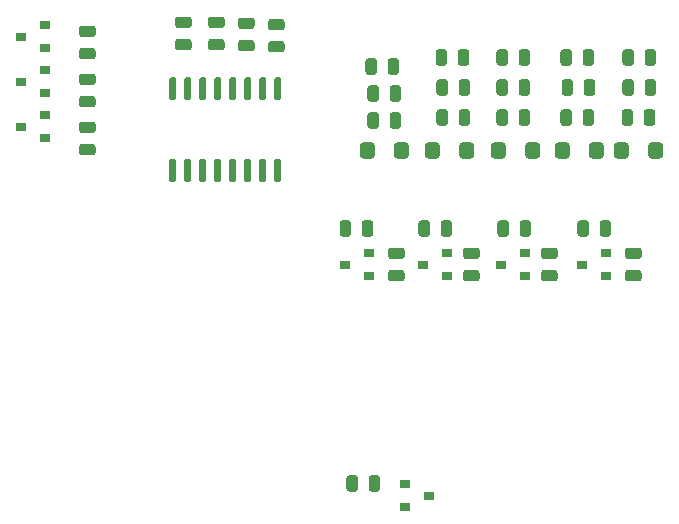
<source format=gbr>
G04 #@! TF.GenerationSoftware,KiCad,Pcbnew,(5.1.6-0-10_14)*
G04 #@! TF.CreationDate,2020-07-16T14:36:08-04:00*
G04 #@! TF.ProjectId,Pufferfish-Interface-2,50756666-6572-4666-9973-682d496e7465,rev?*
G04 #@! TF.SameCoordinates,Original*
G04 #@! TF.FileFunction,Paste,Top*
G04 #@! TF.FilePolarity,Positive*
%FSLAX46Y46*%
G04 Gerber Fmt 4.6, Leading zero omitted, Abs format (unit mm)*
G04 Created by KiCad (PCBNEW (5.1.6-0-10_14)) date 2020-07-16 14:36:08*
%MOMM*%
%LPD*%
G01*
G04 APERTURE LIST*
%ADD10R,0.900000X0.800000*%
G04 APERTURE END LIST*
G36*
G01*
X51582500Y-21792250D02*
X51582500Y-20879750D01*
G75*
G02*
X51826250Y-20636000I243750J0D01*
G01*
X52313750Y-20636000D01*
G75*
G02*
X52557500Y-20879750I0J-243750D01*
G01*
X52557500Y-21792250D01*
G75*
G02*
X52313750Y-22036000I-243750J0D01*
G01*
X51826250Y-22036000D01*
G75*
G02*
X51582500Y-21792250I0J243750D01*
G01*
G37*
G36*
G01*
X49707500Y-21792250D02*
X49707500Y-20879750D01*
G75*
G02*
X49951250Y-20636000I243750J0D01*
G01*
X50438750Y-20636000D01*
G75*
G02*
X50682500Y-20879750I0J-243750D01*
G01*
X50682500Y-21792250D01*
G75*
G02*
X50438750Y-22036000I-243750J0D01*
G01*
X49951250Y-22036000D01*
G75*
G02*
X49707500Y-21792250I0J243750D01*
G01*
G37*
G36*
G01*
X46170000Y-21792250D02*
X46170000Y-20879750D01*
G75*
G02*
X46413750Y-20636000I243750J0D01*
G01*
X46901250Y-20636000D01*
G75*
G02*
X47145000Y-20879750I0J-243750D01*
G01*
X47145000Y-21792250D01*
G75*
G02*
X46901250Y-22036000I-243750J0D01*
G01*
X46413750Y-22036000D01*
G75*
G02*
X46170000Y-21792250I0J243750D01*
G01*
G37*
G36*
G01*
X44295000Y-21792250D02*
X44295000Y-20879750D01*
G75*
G02*
X44538750Y-20636000I243750J0D01*
G01*
X45026250Y-20636000D01*
G75*
G02*
X45270000Y-20879750I0J-243750D01*
G01*
X45270000Y-21792250D01*
G75*
G02*
X45026250Y-22036000I-243750J0D01*
G01*
X44538750Y-22036000D01*
G75*
G02*
X44295000Y-21792250I0J243750D01*
G01*
G37*
G36*
G01*
X39215000Y-21792250D02*
X39215000Y-20879750D01*
G75*
G02*
X39458750Y-20636000I243750J0D01*
G01*
X39946250Y-20636000D01*
G75*
G02*
X40190000Y-20879750I0J-243750D01*
G01*
X40190000Y-21792250D01*
G75*
G02*
X39946250Y-22036000I-243750J0D01*
G01*
X39458750Y-22036000D01*
G75*
G02*
X39215000Y-21792250I0J243750D01*
G01*
G37*
G36*
G01*
X41090000Y-21792250D02*
X41090000Y-20879750D01*
G75*
G02*
X41333750Y-20636000I243750J0D01*
G01*
X41821250Y-20636000D01*
G75*
G02*
X42065000Y-20879750I0J-243750D01*
G01*
X42065000Y-21792250D01*
G75*
G02*
X41821250Y-22036000I-243750J0D01*
G01*
X41333750Y-22036000D01*
G75*
G02*
X41090000Y-21792250I0J243750D01*
G01*
G37*
G36*
G01*
X33373000Y-22046250D02*
X33373000Y-21133750D01*
G75*
G02*
X33616750Y-20890000I243750J0D01*
G01*
X34104250Y-20890000D01*
G75*
G02*
X34348000Y-21133750I0J-243750D01*
G01*
X34348000Y-22046250D01*
G75*
G02*
X34104250Y-22290000I-243750J0D01*
G01*
X33616750Y-22290000D01*
G75*
G02*
X33373000Y-22046250I0J243750D01*
G01*
G37*
G36*
G01*
X35248000Y-22046250D02*
X35248000Y-21133750D01*
G75*
G02*
X35491750Y-20890000I243750J0D01*
G01*
X35979250Y-20890000D01*
G75*
G02*
X36223000Y-21133750I0J-243750D01*
G01*
X36223000Y-22046250D01*
G75*
G02*
X35979250Y-22290000I-243750J0D01*
G01*
X35491750Y-22290000D01*
G75*
G02*
X35248000Y-22046250I0J243750D01*
G01*
G37*
G36*
G01*
X54884500Y-21792250D02*
X54884500Y-20879750D01*
G75*
G02*
X55128250Y-20636000I243750J0D01*
G01*
X55615750Y-20636000D01*
G75*
G02*
X55859500Y-20879750I0J-243750D01*
G01*
X55859500Y-21792250D01*
G75*
G02*
X55615750Y-22036000I-243750J0D01*
G01*
X55128250Y-22036000D01*
G75*
G02*
X54884500Y-21792250I0J243750D01*
G01*
G37*
G36*
G01*
X56759500Y-21792250D02*
X56759500Y-20879750D01*
G75*
G02*
X57003250Y-20636000I243750J0D01*
G01*
X57490750Y-20636000D01*
G75*
G02*
X57734500Y-20879750I0J-243750D01*
G01*
X57734500Y-21792250D01*
G75*
G02*
X57490750Y-22036000I-243750J0D01*
G01*
X57003250Y-22036000D01*
G75*
G02*
X56759500Y-21792250I0J243750D01*
G01*
G37*
G36*
G01*
X49208000Y-24505000D02*
X49208000Y-23755000D01*
G75*
G02*
X49533000Y-23430000I325000J0D01*
G01*
X50183000Y-23430000D01*
G75*
G02*
X50508000Y-23755000I0J-325000D01*
G01*
X50508000Y-24505000D01*
G75*
G02*
X50183000Y-24830000I-325000J0D01*
G01*
X49533000Y-24830000D01*
G75*
G02*
X49208000Y-24505000I0J325000D01*
G01*
G37*
G36*
G01*
X52108000Y-24505000D02*
X52108000Y-23755000D01*
G75*
G02*
X52433000Y-23430000I325000J0D01*
G01*
X53083000Y-23430000D01*
G75*
G02*
X53408000Y-23755000I0J-325000D01*
G01*
X53408000Y-24505000D01*
G75*
G02*
X53083000Y-24830000I-325000J0D01*
G01*
X52433000Y-24830000D01*
G75*
G02*
X52108000Y-24505000I0J325000D01*
G01*
G37*
G36*
G01*
X43800000Y-24505000D02*
X43800000Y-23755000D01*
G75*
G02*
X44125000Y-23430000I325000J0D01*
G01*
X44775000Y-23430000D01*
G75*
G02*
X45100000Y-23755000I0J-325000D01*
G01*
X45100000Y-24505000D01*
G75*
G02*
X44775000Y-24830000I-325000J0D01*
G01*
X44125000Y-24830000D01*
G75*
G02*
X43800000Y-24505000I0J325000D01*
G01*
G37*
G36*
G01*
X46700000Y-24505000D02*
X46700000Y-23755000D01*
G75*
G02*
X47025000Y-23430000I325000J0D01*
G01*
X47675000Y-23430000D01*
G75*
G02*
X48000000Y-23755000I0J-325000D01*
G01*
X48000000Y-24505000D01*
G75*
G02*
X47675000Y-24830000I-325000J0D01*
G01*
X47025000Y-24830000D01*
G75*
G02*
X46700000Y-24505000I0J325000D01*
G01*
G37*
G36*
G01*
X41112000Y-24505000D02*
X41112000Y-23755000D01*
G75*
G02*
X41437000Y-23430000I325000J0D01*
G01*
X42087000Y-23430000D01*
G75*
G02*
X42412000Y-23755000I0J-325000D01*
G01*
X42412000Y-24505000D01*
G75*
G02*
X42087000Y-24830000I-325000J0D01*
G01*
X41437000Y-24830000D01*
G75*
G02*
X41112000Y-24505000I0J325000D01*
G01*
G37*
G36*
G01*
X38212000Y-24505000D02*
X38212000Y-23755000D01*
G75*
G02*
X38537000Y-23430000I325000J0D01*
G01*
X39187000Y-23430000D01*
G75*
G02*
X39512000Y-23755000I0J-325000D01*
G01*
X39512000Y-24505000D01*
G75*
G02*
X39187000Y-24830000I-325000J0D01*
G01*
X38537000Y-24830000D01*
G75*
G02*
X38212000Y-24505000I0J325000D01*
G01*
G37*
G36*
G01*
X35598000Y-24505000D02*
X35598000Y-23755000D01*
G75*
G02*
X35923000Y-23430000I325000J0D01*
G01*
X36573000Y-23430000D01*
G75*
G02*
X36898000Y-23755000I0J-325000D01*
G01*
X36898000Y-24505000D01*
G75*
G02*
X36573000Y-24830000I-325000J0D01*
G01*
X35923000Y-24830000D01*
G75*
G02*
X35598000Y-24505000I0J325000D01*
G01*
G37*
G36*
G01*
X32698000Y-24505000D02*
X32698000Y-23755000D01*
G75*
G02*
X33023000Y-23430000I325000J0D01*
G01*
X33673000Y-23430000D01*
G75*
G02*
X33998000Y-23755000I0J-325000D01*
G01*
X33998000Y-24505000D01*
G75*
G02*
X33673000Y-24830000I-325000J0D01*
G01*
X33023000Y-24830000D01*
G75*
G02*
X32698000Y-24505000I0J325000D01*
G01*
G37*
G36*
G01*
X57114000Y-24505000D02*
X57114000Y-23755000D01*
G75*
G02*
X57439000Y-23430000I325000J0D01*
G01*
X58089000Y-23430000D01*
G75*
G02*
X58414000Y-23755000I0J-325000D01*
G01*
X58414000Y-24505000D01*
G75*
G02*
X58089000Y-24830000I-325000J0D01*
G01*
X57439000Y-24830000D01*
G75*
G02*
X57114000Y-24505000I0J325000D01*
G01*
G37*
G36*
G01*
X54214000Y-24505000D02*
X54214000Y-23755000D01*
G75*
G02*
X54539000Y-23430000I325000J0D01*
G01*
X55189000Y-23430000D01*
G75*
G02*
X55514000Y-23755000I0J-325000D01*
G01*
X55514000Y-24505000D01*
G75*
G02*
X55189000Y-24830000I-325000J0D01*
G01*
X54539000Y-24830000D01*
G75*
G02*
X54214000Y-24505000I0J325000D01*
G01*
G37*
D10*
X33512000Y-34732000D03*
X33512000Y-32832000D03*
X31512000Y-33782000D03*
X38116000Y-33782000D03*
X40116000Y-32832000D03*
X40116000Y-34732000D03*
X46720000Y-34732000D03*
X46720000Y-32832000D03*
X44720000Y-33782000D03*
X51578000Y-33782000D03*
X53578000Y-32832000D03*
X53578000Y-34732000D03*
X36592000Y-52390000D03*
X36592000Y-54290000D03*
X38592000Y-53340000D03*
X6080000Y-23048000D03*
X6080000Y-21148000D03*
X4080000Y-22098000D03*
X4080000Y-18288000D03*
X6080000Y-17338000D03*
X6080000Y-19238000D03*
X4080000Y-14478000D03*
X6080000Y-13528000D03*
X6080000Y-15428000D03*
G36*
G01*
X36270250Y-33332000D02*
X35357750Y-33332000D01*
G75*
G02*
X35114000Y-33088250I0J243750D01*
G01*
X35114000Y-32600750D01*
G75*
G02*
X35357750Y-32357000I243750J0D01*
G01*
X36270250Y-32357000D01*
G75*
G02*
X36514000Y-32600750I0J-243750D01*
G01*
X36514000Y-33088250D01*
G75*
G02*
X36270250Y-33332000I-243750J0D01*
G01*
G37*
G36*
G01*
X36270250Y-35207000D02*
X35357750Y-35207000D01*
G75*
G02*
X35114000Y-34963250I0J243750D01*
G01*
X35114000Y-34475750D01*
G75*
G02*
X35357750Y-34232000I243750J0D01*
G01*
X36270250Y-34232000D01*
G75*
G02*
X36514000Y-34475750I0J-243750D01*
G01*
X36514000Y-34963250D01*
G75*
G02*
X36270250Y-35207000I-243750J0D01*
G01*
G37*
G36*
G01*
X42620250Y-35207000D02*
X41707750Y-35207000D01*
G75*
G02*
X41464000Y-34963250I0J243750D01*
G01*
X41464000Y-34475750D01*
G75*
G02*
X41707750Y-34232000I243750J0D01*
G01*
X42620250Y-34232000D01*
G75*
G02*
X42864000Y-34475750I0J-243750D01*
G01*
X42864000Y-34963250D01*
G75*
G02*
X42620250Y-35207000I-243750J0D01*
G01*
G37*
G36*
G01*
X42620250Y-33332000D02*
X41707750Y-33332000D01*
G75*
G02*
X41464000Y-33088250I0J243750D01*
G01*
X41464000Y-32600750D01*
G75*
G02*
X41707750Y-32357000I243750J0D01*
G01*
X42620250Y-32357000D01*
G75*
G02*
X42864000Y-32600750I0J-243750D01*
G01*
X42864000Y-33088250D01*
G75*
G02*
X42620250Y-33332000I-243750J0D01*
G01*
G37*
G36*
G01*
X49224250Y-33332000D02*
X48311750Y-33332000D01*
G75*
G02*
X48068000Y-33088250I0J243750D01*
G01*
X48068000Y-32600750D01*
G75*
G02*
X48311750Y-32357000I243750J0D01*
G01*
X49224250Y-32357000D01*
G75*
G02*
X49468000Y-32600750I0J-243750D01*
G01*
X49468000Y-33088250D01*
G75*
G02*
X49224250Y-33332000I-243750J0D01*
G01*
G37*
G36*
G01*
X49224250Y-35207000D02*
X48311750Y-35207000D01*
G75*
G02*
X48068000Y-34963250I0J243750D01*
G01*
X48068000Y-34475750D01*
G75*
G02*
X48311750Y-34232000I243750J0D01*
G01*
X49224250Y-34232000D01*
G75*
G02*
X49468000Y-34475750I0J-243750D01*
G01*
X49468000Y-34963250D01*
G75*
G02*
X49224250Y-35207000I-243750J0D01*
G01*
G37*
G36*
G01*
X56336250Y-35207000D02*
X55423750Y-35207000D01*
G75*
G02*
X55180000Y-34963250I0J243750D01*
G01*
X55180000Y-34475750D01*
G75*
G02*
X55423750Y-34232000I243750J0D01*
G01*
X56336250Y-34232000D01*
G75*
G02*
X56580000Y-34475750I0J-243750D01*
G01*
X56580000Y-34963250D01*
G75*
G02*
X56336250Y-35207000I-243750J0D01*
G01*
G37*
G36*
G01*
X56336250Y-33332000D02*
X55423750Y-33332000D01*
G75*
G02*
X55180000Y-33088250I0J243750D01*
G01*
X55180000Y-32600750D01*
G75*
G02*
X55423750Y-32357000I243750J0D01*
G01*
X56336250Y-32357000D01*
G75*
G02*
X56580000Y-32600750I0J-243750D01*
G01*
X56580000Y-33088250D01*
G75*
G02*
X56336250Y-33332000I-243750J0D01*
G01*
G37*
G36*
G01*
X33858500Y-30277750D02*
X33858500Y-31190250D01*
G75*
G02*
X33614750Y-31434000I-243750J0D01*
G01*
X33127250Y-31434000D01*
G75*
G02*
X32883500Y-31190250I0J243750D01*
G01*
X32883500Y-30277750D01*
G75*
G02*
X33127250Y-30034000I243750J0D01*
G01*
X33614750Y-30034000D01*
G75*
G02*
X33858500Y-30277750I0J-243750D01*
G01*
G37*
G36*
G01*
X31983500Y-30277750D02*
X31983500Y-31190250D01*
G75*
G02*
X31739750Y-31434000I-243750J0D01*
G01*
X31252250Y-31434000D01*
G75*
G02*
X31008500Y-31190250I0J243750D01*
G01*
X31008500Y-30277750D01*
G75*
G02*
X31252250Y-30034000I243750J0D01*
G01*
X31739750Y-30034000D01*
G75*
G02*
X31983500Y-30277750I0J-243750D01*
G01*
G37*
G36*
G01*
X38666000Y-30277750D02*
X38666000Y-31190250D01*
G75*
G02*
X38422250Y-31434000I-243750J0D01*
G01*
X37934750Y-31434000D01*
G75*
G02*
X37691000Y-31190250I0J243750D01*
G01*
X37691000Y-30277750D01*
G75*
G02*
X37934750Y-30034000I243750J0D01*
G01*
X38422250Y-30034000D01*
G75*
G02*
X38666000Y-30277750I0J-243750D01*
G01*
G37*
G36*
G01*
X40541000Y-30277750D02*
X40541000Y-31190250D01*
G75*
G02*
X40297250Y-31434000I-243750J0D01*
G01*
X39809750Y-31434000D01*
G75*
G02*
X39566000Y-31190250I0J243750D01*
G01*
X39566000Y-30277750D01*
G75*
G02*
X39809750Y-30034000I243750J0D01*
G01*
X40297250Y-30034000D01*
G75*
G02*
X40541000Y-30277750I0J-243750D01*
G01*
G37*
G36*
G01*
X47223500Y-30277750D02*
X47223500Y-31190250D01*
G75*
G02*
X46979750Y-31434000I-243750J0D01*
G01*
X46492250Y-31434000D01*
G75*
G02*
X46248500Y-31190250I0J243750D01*
G01*
X46248500Y-30277750D01*
G75*
G02*
X46492250Y-30034000I243750J0D01*
G01*
X46979750Y-30034000D01*
G75*
G02*
X47223500Y-30277750I0J-243750D01*
G01*
G37*
G36*
G01*
X45348500Y-30277750D02*
X45348500Y-31190250D01*
G75*
G02*
X45104750Y-31434000I-243750J0D01*
G01*
X44617250Y-31434000D01*
G75*
G02*
X44373500Y-31190250I0J243750D01*
G01*
X44373500Y-30277750D01*
G75*
G02*
X44617250Y-30034000I243750J0D01*
G01*
X45104750Y-30034000D01*
G75*
G02*
X45348500Y-30277750I0J-243750D01*
G01*
G37*
G36*
G01*
X52128000Y-30277750D02*
X52128000Y-31190250D01*
G75*
G02*
X51884250Y-31434000I-243750J0D01*
G01*
X51396750Y-31434000D01*
G75*
G02*
X51153000Y-31190250I0J243750D01*
G01*
X51153000Y-30277750D01*
G75*
G02*
X51396750Y-30034000I243750J0D01*
G01*
X51884250Y-30034000D01*
G75*
G02*
X52128000Y-30277750I0J-243750D01*
G01*
G37*
G36*
G01*
X54003000Y-30277750D02*
X54003000Y-31190250D01*
G75*
G02*
X53759250Y-31434000I-243750J0D01*
G01*
X53271750Y-31434000D01*
G75*
G02*
X53028000Y-31190250I0J243750D01*
G01*
X53028000Y-30277750D01*
G75*
G02*
X53271750Y-30034000I243750J0D01*
G01*
X53759250Y-30034000D01*
G75*
G02*
X54003000Y-30277750I0J-243750D01*
G01*
G37*
G36*
G01*
X34445000Y-51867750D02*
X34445000Y-52780250D01*
G75*
G02*
X34201250Y-53024000I-243750J0D01*
G01*
X33713750Y-53024000D01*
G75*
G02*
X33470000Y-52780250I0J243750D01*
G01*
X33470000Y-51867750D01*
G75*
G02*
X33713750Y-51624000I243750J0D01*
G01*
X34201250Y-51624000D01*
G75*
G02*
X34445000Y-51867750I0J-243750D01*
G01*
G37*
G36*
G01*
X32570000Y-51867750D02*
X32570000Y-52780250D01*
G75*
G02*
X32326250Y-53024000I-243750J0D01*
G01*
X31838750Y-53024000D01*
G75*
G02*
X31595000Y-52780250I0J243750D01*
G01*
X31595000Y-51867750D01*
G75*
G02*
X31838750Y-51624000I243750J0D01*
G01*
X32326250Y-51624000D01*
G75*
G02*
X32570000Y-51867750I0J-243750D01*
G01*
G37*
G36*
G01*
X10108250Y-22664000D02*
X9195750Y-22664000D01*
G75*
G02*
X8952000Y-22420250I0J243750D01*
G01*
X8952000Y-21932750D01*
G75*
G02*
X9195750Y-21689000I243750J0D01*
G01*
X10108250Y-21689000D01*
G75*
G02*
X10352000Y-21932750I0J-243750D01*
G01*
X10352000Y-22420250D01*
G75*
G02*
X10108250Y-22664000I-243750J0D01*
G01*
G37*
G36*
G01*
X10108250Y-24539000D02*
X9195750Y-24539000D01*
G75*
G02*
X8952000Y-24295250I0J243750D01*
G01*
X8952000Y-23807750D01*
G75*
G02*
X9195750Y-23564000I243750J0D01*
G01*
X10108250Y-23564000D01*
G75*
G02*
X10352000Y-23807750I0J-243750D01*
G01*
X10352000Y-24295250D01*
G75*
G02*
X10108250Y-24539000I-243750J0D01*
G01*
G37*
G36*
G01*
X10108250Y-20475000D02*
X9195750Y-20475000D01*
G75*
G02*
X8952000Y-20231250I0J243750D01*
G01*
X8952000Y-19743750D01*
G75*
G02*
X9195750Y-19500000I243750J0D01*
G01*
X10108250Y-19500000D01*
G75*
G02*
X10352000Y-19743750I0J-243750D01*
G01*
X10352000Y-20231250D01*
G75*
G02*
X10108250Y-20475000I-243750J0D01*
G01*
G37*
G36*
G01*
X10108250Y-18600000D02*
X9195750Y-18600000D01*
G75*
G02*
X8952000Y-18356250I0J243750D01*
G01*
X8952000Y-17868750D01*
G75*
G02*
X9195750Y-17625000I243750J0D01*
G01*
X10108250Y-17625000D01*
G75*
G02*
X10352000Y-17868750I0J-243750D01*
G01*
X10352000Y-18356250D01*
G75*
G02*
X10108250Y-18600000I-243750J0D01*
G01*
G37*
G36*
G01*
X10108250Y-14536000D02*
X9195750Y-14536000D01*
G75*
G02*
X8952000Y-14292250I0J243750D01*
G01*
X8952000Y-13804750D01*
G75*
G02*
X9195750Y-13561000I243750J0D01*
G01*
X10108250Y-13561000D01*
G75*
G02*
X10352000Y-13804750I0J-243750D01*
G01*
X10352000Y-14292250D01*
G75*
G02*
X10108250Y-14536000I-243750J0D01*
G01*
G37*
G36*
G01*
X10108250Y-16411000D02*
X9195750Y-16411000D01*
G75*
G02*
X8952000Y-16167250I0J243750D01*
G01*
X8952000Y-15679750D01*
G75*
G02*
X9195750Y-15436000I243750J0D01*
G01*
X10108250Y-15436000D01*
G75*
G02*
X10352000Y-15679750I0J-243750D01*
G01*
X10352000Y-16167250D01*
G75*
G02*
X10108250Y-16411000I-243750J0D01*
G01*
G37*
G36*
G01*
X25197750Y-12974500D02*
X26110250Y-12974500D01*
G75*
G02*
X26354000Y-13218250I0J-243750D01*
G01*
X26354000Y-13705750D01*
G75*
G02*
X26110250Y-13949500I-243750J0D01*
G01*
X25197750Y-13949500D01*
G75*
G02*
X24954000Y-13705750I0J243750D01*
G01*
X24954000Y-13218250D01*
G75*
G02*
X25197750Y-12974500I243750J0D01*
G01*
G37*
G36*
G01*
X25197750Y-14849500D02*
X26110250Y-14849500D01*
G75*
G02*
X26354000Y-15093250I0J-243750D01*
G01*
X26354000Y-15580750D01*
G75*
G02*
X26110250Y-15824500I-243750J0D01*
G01*
X25197750Y-15824500D01*
G75*
G02*
X24954000Y-15580750I0J243750D01*
G01*
X24954000Y-15093250D01*
G75*
G02*
X25197750Y-14849500I243750J0D01*
G01*
G37*
G36*
G01*
X22657750Y-14752500D02*
X23570250Y-14752500D01*
G75*
G02*
X23814000Y-14996250I0J-243750D01*
G01*
X23814000Y-15483750D01*
G75*
G02*
X23570250Y-15727500I-243750J0D01*
G01*
X22657750Y-15727500D01*
G75*
G02*
X22414000Y-15483750I0J243750D01*
G01*
X22414000Y-14996250D01*
G75*
G02*
X22657750Y-14752500I243750J0D01*
G01*
G37*
G36*
G01*
X22657750Y-12877500D02*
X23570250Y-12877500D01*
G75*
G02*
X23814000Y-13121250I0J-243750D01*
G01*
X23814000Y-13608750D01*
G75*
G02*
X23570250Y-13852500I-243750J0D01*
G01*
X22657750Y-13852500D01*
G75*
G02*
X22414000Y-13608750I0J243750D01*
G01*
X22414000Y-13121250D01*
G75*
G02*
X22657750Y-12877500I243750J0D01*
G01*
G37*
G36*
G01*
X20117750Y-12799000D02*
X21030250Y-12799000D01*
G75*
G02*
X21274000Y-13042750I0J-243750D01*
G01*
X21274000Y-13530250D01*
G75*
G02*
X21030250Y-13774000I-243750J0D01*
G01*
X20117750Y-13774000D01*
G75*
G02*
X19874000Y-13530250I0J243750D01*
G01*
X19874000Y-13042750D01*
G75*
G02*
X20117750Y-12799000I243750J0D01*
G01*
G37*
G36*
G01*
X20117750Y-14674000D02*
X21030250Y-14674000D01*
G75*
G02*
X21274000Y-14917750I0J-243750D01*
G01*
X21274000Y-15405250D01*
G75*
G02*
X21030250Y-15649000I-243750J0D01*
G01*
X20117750Y-15649000D01*
G75*
G02*
X19874000Y-15405250I0J243750D01*
G01*
X19874000Y-14917750D01*
G75*
G02*
X20117750Y-14674000I243750J0D01*
G01*
G37*
G36*
G01*
X17323750Y-14674000D02*
X18236250Y-14674000D01*
G75*
G02*
X18480000Y-14917750I0J-243750D01*
G01*
X18480000Y-15405250D01*
G75*
G02*
X18236250Y-15649000I-243750J0D01*
G01*
X17323750Y-15649000D01*
G75*
G02*
X17080000Y-15405250I0J243750D01*
G01*
X17080000Y-14917750D01*
G75*
G02*
X17323750Y-14674000I243750J0D01*
G01*
G37*
G36*
G01*
X17323750Y-12799000D02*
X18236250Y-12799000D01*
G75*
G02*
X18480000Y-13042750I0J-243750D01*
G01*
X18480000Y-13530250D01*
G75*
G02*
X18236250Y-13774000I-243750J0D01*
G01*
X17323750Y-13774000D01*
G75*
G02*
X17080000Y-13530250I0J243750D01*
G01*
X17080000Y-13042750D01*
G75*
G02*
X17323750Y-12799000I243750J0D01*
G01*
G37*
G36*
G01*
X49707500Y-16712250D02*
X49707500Y-15799750D01*
G75*
G02*
X49951250Y-15556000I243750J0D01*
G01*
X50438750Y-15556000D01*
G75*
G02*
X50682500Y-15799750I0J-243750D01*
G01*
X50682500Y-16712250D01*
G75*
G02*
X50438750Y-16956000I-243750J0D01*
G01*
X49951250Y-16956000D01*
G75*
G02*
X49707500Y-16712250I0J243750D01*
G01*
G37*
G36*
G01*
X51582500Y-16712250D02*
X51582500Y-15799750D01*
G75*
G02*
X51826250Y-15556000I243750J0D01*
G01*
X52313750Y-15556000D01*
G75*
G02*
X52557500Y-15799750I0J-243750D01*
G01*
X52557500Y-16712250D01*
G75*
G02*
X52313750Y-16956000I-243750J0D01*
G01*
X51826250Y-16956000D01*
G75*
G02*
X51582500Y-16712250I0J243750D01*
G01*
G37*
G36*
G01*
X44295000Y-16712250D02*
X44295000Y-15799750D01*
G75*
G02*
X44538750Y-15556000I243750J0D01*
G01*
X45026250Y-15556000D01*
G75*
G02*
X45270000Y-15799750I0J-243750D01*
G01*
X45270000Y-16712250D01*
G75*
G02*
X45026250Y-16956000I-243750J0D01*
G01*
X44538750Y-16956000D01*
G75*
G02*
X44295000Y-16712250I0J243750D01*
G01*
G37*
G36*
G01*
X46170000Y-16712250D02*
X46170000Y-15799750D01*
G75*
G02*
X46413750Y-15556000I243750J0D01*
G01*
X46901250Y-15556000D01*
G75*
G02*
X47145000Y-15799750I0J-243750D01*
G01*
X47145000Y-16712250D01*
G75*
G02*
X46901250Y-16956000I-243750J0D01*
G01*
X46413750Y-16956000D01*
G75*
G02*
X46170000Y-16712250I0J243750D01*
G01*
G37*
G36*
G01*
X41011500Y-16712250D02*
X41011500Y-15799750D01*
G75*
G02*
X41255250Y-15556000I243750J0D01*
G01*
X41742750Y-15556000D01*
G75*
G02*
X41986500Y-15799750I0J-243750D01*
G01*
X41986500Y-16712250D01*
G75*
G02*
X41742750Y-16956000I-243750J0D01*
G01*
X41255250Y-16956000D01*
G75*
G02*
X41011500Y-16712250I0J243750D01*
G01*
G37*
G36*
G01*
X39136500Y-16712250D02*
X39136500Y-15799750D01*
G75*
G02*
X39380250Y-15556000I243750J0D01*
G01*
X39867750Y-15556000D01*
G75*
G02*
X40111500Y-15799750I0J-243750D01*
G01*
X40111500Y-16712250D01*
G75*
G02*
X39867750Y-16956000I-243750J0D01*
G01*
X39380250Y-16956000D01*
G75*
G02*
X39136500Y-16712250I0J243750D01*
G01*
G37*
G36*
G01*
X35072500Y-17474250D02*
X35072500Y-16561750D01*
G75*
G02*
X35316250Y-16318000I243750J0D01*
G01*
X35803750Y-16318000D01*
G75*
G02*
X36047500Y-16561750I0J-243750D01*
G01*
X36047500Y-17474250D01*
G75*
G02*
X35803750Y-17718000I-243750J0D01*
G01*
X35316250Y-17718000D01*
G75*
G02*
X35072500Y-17474250I0J243750D01*
G01*
G37*
G36*
G01*
X33197500Y-17474250D02*
X33197500Y-16561750D01*
G75*
G02*
X33441250Y-16318000I243750J0D01*
G01*
X33928750Y-16318000D01*
G75*
G02*
X34172500Y-16561750I0J-243750D01*
G01*
X34172500Y-17474250D01*
G75*
G02*
X33928750Y-17718000I-243750J0D01*
G01*
X33441250Y-17718000D01*
G75*
G02*
X33197500Y-17474250I0J243750D01*
G01*
G37*
G36*
G01*
X52654500Y-18339750D02*
X52654500Y-19252250D01*
G75*
G02*
X52410750Y-19496000I-243750J0D01*
G01*
X51923250Y-19496000D01*
G75*
G02*
X51679500Y-19252250I0J243750D01*
G01*
X51679500Y-18339750D01*
G75*
G02*
X51923250Y-18096000I243750J0D01*
G01*
X52410750Y-18096000D01*
G75*
G02*
X52654500Y-18339750I0J-243750D01*
G01*
G37*
G36*
G01*
X50779500Y-18339750D02*
X50779500Y-19252250D01*
G75*
G02*
X50535750Y-19496000I-243750J0D01*
G01*
X50048250Y-19496000D01*
G75*
G02*
X49804500Y-19252250I0J243750D01*
G01*
X49804500Y-18339750D01*
G75*
G02*
X50048250Y-18096000I243750J0D01*
G01*
X50535750Y-18096000D01*
G75*
G02*
X50779500Y-18339750I0J-243750D01*
G01*
G37*
G36*
G01*
X45270000Y-18339750D02*
X45270000Y-19252250D01*
G75*
G02*
X45026250Y-19496000I-243750J0D01*
G01*
X44538750Y-19496000D01*
G75*
G02*
X44295000Y-19252250I0J243750D01*
G01*
X44295000Y-18339750D01*
G75*
G02*
X44538750Y-18096000I243750J0D01*
G01*
X45026250Y-18096000D01*
G75*
G02*
X45270000Y-18339750I0J-243750D01*
G01*
G37*
G36*
G01*
X47145000Y-18339750D02*
X47145000Y-19252250D01*
G75*
G02*
X46901250Y-19496000I-243750J0D01*
G01*
X46413750Y-19496000D01*
G75*
G02*
X46170000Y-19252250I0J243750D01*
G01*
X46170000Y-18339750D01*
G75*
G02*
X46413750Y-18096000I243750J0D01*
G01*
X46901250Y-18096000D01*
G75*
G02*
X47145000Y-18339750I0J-243750D01*
G01*
G37*
G36*
G01*
X42065000Y-18339750D02*
X42065000Y-19252250D01*
G75*
G02*
X41821250Y-19496000I-243750J0D01*
G01*
X41333750Y-19496000D01*
G75*
G02*
X41090000Y-19252250I0J243750D01*
G01*
X41090000Y-18339750D01*
G75*
G02*
X41333750Y-18096000I243750J0D01*
G01*
X41821250Y-18096000D01*
G75*
G02*
X42065000Y-18339750I0J-243750D01*
G01*
G37*
G36*
G01*
X40190000Y-18339750D02*
X40190000Y-19252250D01*
G75*
G02*
X39946250Y-19496000I-243750J0D01*
G01*
X39458750Y-19496000D01*
G75*
G02*
X39215000Y-19252250I0J243750D01*
G01*
X39215000Y-18339750D01*
G75*
G02*
X39458750Y-18096000I243750J0D01*
G01*
X39946250Y-18096000D01*
G75*
G02*
X40190000Y-18339750I0J-243750D01*
G01*
G37*
G36*
G01*
X36223000Y-18847750D02*
X36223000Y-19760250D01*
G75*
G02*
X35979250Y-20004000I-243750J0D01*
G01*
X35491750Y-20004000D01*
G75*
G02*
X35248000Y-19760250I0J243750D01*
G01*
X35248000Y-18847750D01*
G75*
G02*
X35491750Y-18604000I243750J0D01*
G01*
X35979250Y-18604000D01*
G75*
G02*
X36223000Y-18847750I0J-243750D01*
G01*
G37*
G36*
G01*
X34348000Y-18847750D02*
X34348000Y-19760250D01*
G75*
G02*
X34104250Y-20004000I-243750J0D01*
G01*
X33616750Y-20004000D01*
G75*
G02*
X33373000Y-19760250I0J243750D01*
G01*
X33373000Y-18847750D01*
G75*
G02*
X33616750Y-18604000I243750J0D01*
G01*
X34104250Y-18604000D01*
G75*
G02*
X34348000Y-18847750I0J-243750D01*
G01*
G37*
G36*
G01*
X56838000Y-16712250D02*
X56838000Y-15799750D01*
G75*
G02*
X57081750Y-15556000I243750J0D01*
G01*
X57569250Y-15556000D01*
G75*
G02*
X57813000Y-15799750I0J-243750D01*
G01*
X57813000Y-16712250D01*
G75*
G02*
X57569250Y-16956000I-243750J0D01*
G01*
X57081750Y-16956000D01*
G75*
G02*
X56838000Y-16712250I0J243750D01*
G01*
G37*
G36*
G01*
X54963000Y-16712250D02*
X54963000Y-15799750D01*
G75*
G02*
X55206750Y-15556000I243750J0D01*
G01*
X55694250Y-15556000D01*
G75*
G02*
X55938000Y-15799750I0J-243750D01*
G01*
X55938000Y-16712250D01*
G75*
G02*
X55694250Y-16956000I-243750J0D01*
G01*
X55206750Y-16956000D01*
G75*
G02*
X54963000Y-16712250I0J243750D01*
G01*
G37*
G36*
G01*
X57813000Y-18339750D02*
X57813000Y-19252250D01*
G75*
G02*
X57569250Y-19496000I-243750J0D01*
G01*
X57081750Y-19496000D01*
G75*
G02*
X56838000Y-19252250I0J243750D01*
G01*
X56838000Y-18339750D01*
G75*
G02*
X57081750Y-18096000I243750J0D01*
G01*
X57569250Y-18096000D01*
G75*
G02*
X57813000Y-18339750I0J-243750D01*
G01*
G37*
G36*
G01*
X55938000Y-18339750D02*
X55938000Y-19252250D01*
G75*
G02*
X55694250Y-19496000I-243750J0D01*
G01*
X55206750Y-19496000D01*
G75*
G02*
X54963000Y-19252250I0J243750D01*
G01*
X54963000Y-18339750D01*
G75*
G02*
X55206750Y-18096000I243750J0D01*
G01*
X55694250Y-18096000D01*
G75*
G02*
X55938000Y-18339750I0J-243750D01*
G01*
G37*
G36*
G01*
X17041000Y-26802000D02*
X16741000Y-26802000D01*
G75*
G02*
X16591000Y-26652000I0J150000D01*
G01*
X16591000Y-24977000D01*
G75*
G02*
X16741000Y-24827000I150000J0D01*
G01*
X17041000Y-24827000D01*
G75*
G02*
X17191000Y-24977000I0J-150000D01*
G01*
X17191000Y-26652000D01*
G75*
G02*
X17041000Y-26802000I-150000J0D01*
G01*
G37*
G36*
G01*
X18311000Y-26802000D02*
X18011000Y-26802000D01*
G75*
G02*
X17861000Y-26652000I0J150000D01*
G01*
X17861000Y-24977000D01*
G75*
G02*
X18011000Y-24827000I150000J0D01*
G01*
X18311000Y-24827000D01*
G75*
G02*
X18461000Y-24977000I0J-150000D01*
G01*
X18461000Y-26652000D01*
G75*
G02*
X18311000Y-26802000I-150000J0D01*
G01*
G37*
G36*
G01*
X19581000Y-26802000D02*
X19281000Y-26802000D01*
G75*
G02*
X19131000Y-26652000I0J150000D01*
G01*
X19131000Y-24977000D01*
G75*
G02*
X19281000Y-24827000I150000J0D01*
G01*
X19581000Y-24827000D01*
G75*
G02*
X19731000Y-24977000I0J-150000D01*
G01*
X19731000Y-26652000D01*
G75*
G02*
X19581000Y-26802000I-150000J0D01*
G01*
G37*
G36*
G01*
X20851000Y-26802000D02*
X20551000Y-26802000D01*
G75*
G02*
X20401000Y-26652000I0J150000D01*
G01*
X20401000Y-24977000D01*
G75*
G02*
X20551000Y-24827000I150000J0D01*
G01*
X20851000Y-24827000D01*
G75*
G02*
X21001000Y-24977000I0J-150000D01*
G01*
X21001000Y-26652000D01*
G75*
G02*
X20851000Y-26802000I-150000J0D01*
G01*
G37*
G36*
G01*
X22121000Y-26802000D02*
X21821000Y-26802000D01*
G75*
G02*
X21671000Y-26652000I0J150000D01*
G01*
X21671000Y-24977000D01*
G75*
G02*
X21821000Y-24827000I150000J0D01*
G01*
X22121000Y-24827000D01*
G75*
G02*
X22271000Y-24977000I0J-150000D01*
G01*
X22271000Y-26652000D01*
G75*
G02*
X22121000Y-26802000I-150000J0D01*
G01*
G37*
G36*
G01*
X23391000Y-26802000D02*
X23091000Y-26802000D01*
G75*
G02*
X22941000Y-26652000I0J150000D01*
G01*
X22941000Y-24977000D01*
G75*
G02*
X23091000Y-24827000I150000J0D01*
G01*
X23391000Y-24827000D01*
G75*
G02*
X23541000Y-24977000I0J-150000D01*
G01*
X23541000Y-26652000D01*
G75*
G02*
X23391000Y-26802000I-150000J0D01*
G01*
G37*
G36*
G01*
X24661000Y-26802000D02*
X24361000Y-26802000D01*
G75*
G02*
X24211000Y-26652000I0J150000D01*
G01*
X24211000Y-24977000D01*
G75*
G02*
X24361000Y-24827000I150000J0D01*
G01*
X24661000Y-24827000D01*
G75*
G02*
X24811000Y-24977000I0J-150000D01*
G01*
X24811000Y-26652000D01*
G75*
G02*
X24661000Y-26802000I-150000J0D01*
G01*
G37*
G36*
G01*
X25931000Y-26802000D02*
X25631000Y-26802000D01*
G75*
G02*
X25481000Y-26652000I0J150000D01*
G01*
X25481000Y-24977000D01*
G75*
G02*
X25631000Y-24827000I150000J0D01*
G01*
X25931000Y-24827000D01*
G75*
G02*
X26081000Y-24977000I0J-150000D01*
G01*
X26081000Y-26652000D01*
G75*
G02*
X25931000Y-26802000I-150000J0D01*
G01*
G37*
G36*
G01*
X25931000Y-19877000D02*
X25631000Y-19877000D01*
G75*
G02*
X25481000Y-19727000I0J150000D01*
G01*
X25481000Y-18052000D01*
G75*
G02*
X25631000Y-17902000I150000J0D01*
G01*
X25931000Y-17902000D01*
G75*
G02*
X26081000Y-18052000I0J-150000D01*
G01*
X26081000Y-19727000D01*
G75*
G02*
X25931000Y-19877000I-150000J0D01*
G01*
G37*
G36*
G01*
X24661000Y-19877000D02*
X24361000Y-19877000D01*
G75*
G02*
X24211000Y-19727000I0J150000D01*
G01*
X24211000Y-18052000D01*
G75*
G02*
X24361000Y-17902000I150000J0D01*
G01*
X24661000Y-17902000D01*
G75*
G02*
X24811000Y-18052000I0J-150000D01*
G01*
X24811000Y-19727000D01*
G75*
G02*
X24661000Y-19877000I-150000J0D01*
G01*
G37*
G36*
G01*
X23391000Y-19877000D02*
X23091000Y-19877000D01*
G75*
G02*
X22941000Y-19727000I0J150000D01*
G01*
X22941000Y-18052000D01*
G75*
G02*
X23091000Y-17902000I150000J0D01*
G01*
X23391000Y-17902000D01*
G75*
G02*
X23541000Y-18052000I0J-150000D01*
G01*
X23541000Y-19727000D01*
G75*
G02*
X23391000Y-19877000I-150000J0D01*
G01*
G37*
G36*
G01*
X22121000Y-19877000D02*
X21821000Y-19877000D01*
G75*
G02*
X21671000Y-19727000I0J150000D01*
G01*
X21671000Y-18052000D01*
G75*
G02*
X21821000Y-17902000I150000J0D01*
G01*
X22121000Y-17902000D01*
G75*
G02*
X22271000Y-18052000I0J-150000D01*
G01*
X22271000Y-19727000D01*
G75*
G02*
X22121000Y-19877000I-150000J0D01*
G01*
G37*
G36*
G01*
X20851000Y-19877000D02*
X20551000Y-19877000D01*
G75*
G02*
X20401000Y-19727000I0J150000D01*
G01*
X20401000Y-18052000D01*
G75*
G02*
X20551000Y-17902000I150000J0D01*
G01*
X20851000Y-17902000D01*
G75*
G02*
X21001000Y-18052000I0J-150000D01*
G01*
X21001000Y-19727000D01*
G75*
G02*
X20851000Y-19877000I-150000J0D01*
G01*
G37*
G36*
G01*
X19581000Y-19877000D02*
X19281000Y-19877000D01*
G75*
G02*
X19131000Y-19727000I0J150000D01*
G01*
X19131000Y-18052000D01*
G75*
G02*
X19281000Y-17902000I150000J0D01*
G01*
X19581000Y-17902000D01*
G75*
G02*
X19731000Y-18052000I0J-150000D01*
G01*
X19731000Y-19727000D01*
G75*
G02*
X19581000Y-19877000I-150000J0D01*
G01*
G37*
G36*
G01*
X18311000Y-19877000D02*
X18011000Y-19877000D01*
G75*
G02*
X17861000Y-19727000I0J150000D01*
G01*
X17861000Y-18052000D01*
G75*
G02*
X18011000Y-17902000I150000J0D01*
G01*
X18311000Y-17902000D01*
G75*
G02*
X18461000Y-18052000I0J-150000D01*
G01*
X18461000Y-19727000D01*
G75*
G02*
X18311000Y-19877000I-150000J0D01*
G01*
G37*
G36*
G01*
X17041000Y-19877000D02*
X16741000Y-19877000D01*
G75*
G02*
X16591000Y-19727000I0J150000D01*
G01*
X16591000Y-18052000D01*
G75*
G02*
X16741000Y-17902000I150000J0D01*
G01*
X17041000Y-17902000D01*
G75*
G02*
X17191000Y-18052000I0J-150000D01*
G01*
X17191000Y-19727000D01*
G75*
G02*
X17041000Y-19877000I-150000J0D01*
G01*
G37*
M02*

</source>
